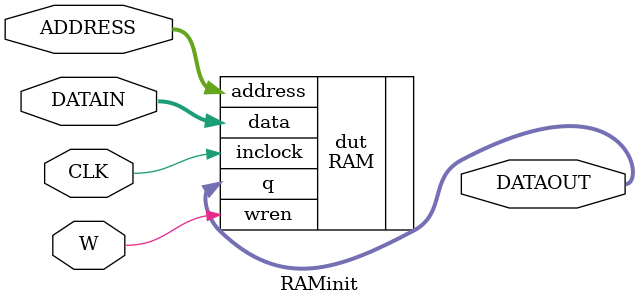
<source format=sv>
module RAMinit
#(parameter int unsigned width = 9,
parameter int unsigned depth = 128,
parameter addrBits = 7)
(
input logic CLK,W,
input logic [addrBits-1:0] ADDRESS,
input logic [width-1:0] DATAIN,
output logic [width-1:0] DATAOUT

);

// initialise ROM contents

RAM dut(
	.address(ADDRESS),
	.data(DATAIN),
	.inclock(CLK),
	.wren(W),
	.q(DATAOUT));




endmodule 
</source>
